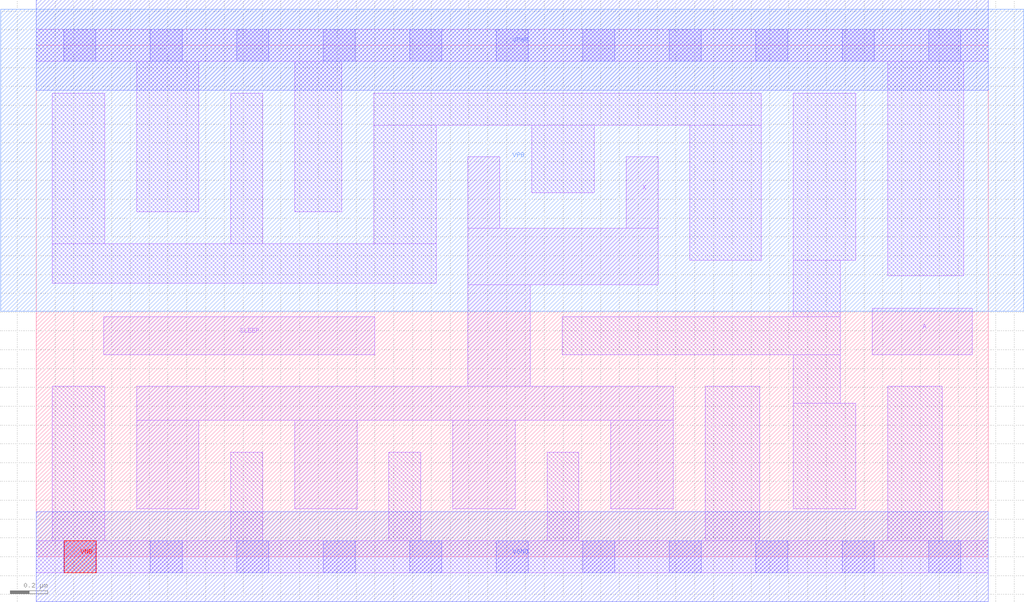
<source format=lef>
# Copyright 2020 The SkyWater PDK Authors
#
# Licensed under the Apache License, Version 2.0 (the "License");
# you may not use this file except in compliance with the License.
# You may obtain a copy of the License at
#
#     https://www.apache.org/licenses/LICENSE-2.0
#
# Unless required by applicable law or agreed to in writing, software
# distributed under the License is distributed on an "AS IS" BASIS,
# WITHOUT WARRANTIES OR CONDITIONS OF ANY KIND, either express or implied.
# See the License for the specific language governing permissions and
# limitations under the License.
#
# SPDX-License-Identifier: Apache-2.0

VERSION 5.7 ;
  NOWIREEXTENSIONATPIN ON ;
  DIVIDERCHAR "/" ;
  BUSBITCHARS "[]" ;
MACRO sky130_fd_sc_hd__lpflow_isobufsrc_4
  CLASS CORE ;
  FOREIGN sky130_fd_sc_hd__lpflow_isobufsrc_4 ;
  ORIGIN  0.000000  0.000000 ;
  SIZE  5.060000 BY  2.720000 ;
  SYMMETRY X Y R90 ;
  SITE unithd ;
  PIN A
    ANTENNAGATEAREA  0.247500 ;
    DIRECTION INPUT ;
    USE SIGNAL ;
    PORT
      LAYER li1 ;
        RECT 4.445000 1.075000 4.975000 1.320000 ;
    END
  END A
  PIN SLEEP
    ANTENNAGATEAREA  0.990000 ;
    DIRECTION INPUT ;
    USE SIGNAL ;
    PORT
      LAYER li1 ;
        RECT 0.360000 1.075000 1.800000 1.275000 ;
    END
  END SLEEP
  PIN X
    ANTENNADIFFAREA  1.242000 ;
    DIRECTION OUTPUT ;
    USE SIGNAL ;
    PORT
      LAYER li1 ;
        RECT 0.535000 0.255000 0.865000 0.725000 ;
        RECT 0.535000 0.725000 3.385000 0.905000 ;
        RECT 1.375000 0.255000 1.705000 0.725000 ;
        RECT 2.215000 0.255000 2.545000 0.725000 ;
        RECT 2.295000 0.905000 2.625000 1.445000 ;
        RECT 2.295000 1.445000 3.305000 1.745000 ;
        RECT 2.295000 1.745000 2.465000 2.125000 ;
        RECT 3.055000 0.255000 3.385000 0.725000 ;
        RECT 3.135000 1.745000 3.305000 2.125000 ;
    END
  END X
  PIN VGND
    DIRECTION INOUT ;
    SHAPE ABUTMENT ;
    USE GROUND ;
    PORT
      LAYER met1 ;
        RECT 0.000000 -0.240000 5.060000 0.240000 ;
    END
  END VGND
  PIN VNB
    DIRECTION INOUT ;
    USE GROUND ;
    PORT
      LAYER pwell ;
        RECT 0.150000 -0.085000 0.320000 0.085000 ;
    END
  END VNB
  PIN VPB
    DIRECTION INOUT ;
    USE POWER ;
    PORT
      LAYER nwell ;
        RECT -0.190000 1.305000 5.250000 2.910000 ;
    END
  END VPB
  PIN VPWR
    DIRECTION INOUT ;
    SHAPE ABUTMENT ;
    USE POWER ;
    PORT
      LAYER met1 ;
        RECT 0.000000 2.480000 5.060000 2.960000 ;
    END
  END VPWR
  OBS
    LAYER li1 ;
      RECT 0.000000 -0.085000 5.060000 0.085000 ;
      RECT 0.000000  2.635000 5.060000 2.805000 ;
      RECT 0.085000  0.085000 0.365000 0.905000 ;
      RECT 0.085000  1.455000 2.125000 1.665000 ;
      RECT 0.085000  1.665000 0.365000 2.465000 ;
      RECT 0.535000  1.835000 0.865000 2.635000 ;
      RECT 1.035000  0.085000 1.205000 0.555000 ;
      RECT 1.035000  1.665000 1.205000 2.465000 ;
      RECT 1.375000  1.835000 1.625000 2.635000 ;
      RECT 1.795000  1.665000 2.125000 2.295000 ;
      RECT 1.795000  2.295000 3.855000 2.465000 ;
      RECT 1.875000  0.085000 2.045000 0.555000 ;
      RECT 2.635000  1.935000 2.965000 2.295000 ;
      RECT 2.715000  0.085000 2.885000 0.555000 ;
      RECT 2.795000  1.075000 4.275000 1.275000 ;
      RECT 3.475000  1.575000 3.855000 2.295000 ;
      RECT 3.555000  0.085000 3.845000 0.905000 ;
      RECT 4.025000  0.255000 4.355000 0.815000 ;
      RECT 4.025000  0.815000 4.275000 1.075000 ;
      RECT 4.025000  1.275000 4.275000 1.575000 ;
      RECT 4.025000  1.575000 4.355000 2.465000 ;
      RECT 4.525000  0.085000 4.815000 0.905000 ;
      RECT 4.525000  1.495000 4.930000 2.635000 ;
    LAYER mcon ;
      RECT 0.145000 -0.085000 0.315000 0.085000 ;
      RECT 0.145000  2.635000 0.315000 2.805000 ;
      RECT 0.605000 -0.085000 0.775000 0.085000 ;
      RECT 0.605000  2.635000 0.775000 2.805000 ;
      RECT 1.065000 -0.085000 1.235000 0.085000 ;
      RECT 1.065000  2.635000 1.235000 2.805000 ;
      RECT 1.525000 -0.085000 1.695000 0.085000 ;
      RECT 1.525000  2.635000 1.695000 2.805000 ;
      RECT 1.985000 -0.085000 2.155000 0.085000 ;
      RECT 1.985000  2.635000 2.155000 2.805000 ;
      RECT 2.445000 -0.085000 2.615000 0.085000 ;
      RECT 2.445000  2.635000 2.615000 2.805000 ;
      RECT 2.905000 -0.085000 3.075000 0.085000 ;
      RECT 2.905000  2.635000 3.075000 2.805000 ;
      RECT 3.365000 -0.085000 3.535000 0.085000 ;
      RECT 3.365000  2.635000 3.535000 2.805000 ;
      RECT 3.825000 -0.085000 3.995000 0.085000 ;
      RECT 3.825000  2.635000 3.995000 2.805000 ;
      RECT 4.285000 -0.085000 4.455000 0.085000 ;
      RECT 4.285000  2.635000 4.455000 2.805000 ;
      RECT 4.745000 -0.085000 4.915000 0.085000 ;
      RECT 4.745000  2.635000 4.915000 2.805000 ;
  END
END sky130_fd_sc_hd__lpflow_isobufsrc_4
END LIBRARY

</source>
